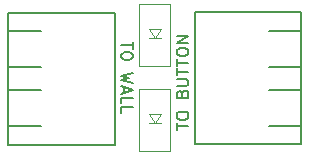
<source format=gto>
G04 #@! TF.FileFunction,Legend,Top*
%FSLAX46Y46*%
G04 Gerber Fmt 4.6, Leading zero omitted, Abs format (unit mm)*
G04 Created by KiCad (PCBNEW (2014-jul-16 BZR unknown)-product) date Sat 31 Jan 2015 01:48:02 PM EST*
%MOMM*%
G01*
G04 APERTURE LIST*
%ADD10C,0.100000*%
%ADD11C,0.200000*%
%ADD12C,0.150000*%
G04 APERTURE END LIST*
D10*
D11*
X142252381Y-100223810D02*
X142252381Y-99652381D01*
X143252381Y-99938096D02*
X142252381Y-99938096D01*
X142252381Y-99128572D02*
X142252381Y-98938095D01*
X142300000Y-98842857D01*
X142395238Y-98747619D01*
X142585714Y-98700000D01*
X142919048Y-98700000D01*
X143109524Y-98747619D01*
X143204762Y-98842857D01*
X143252381Y-98938095D01*
X143252381Y-99128572D01*
X143204762Y-99223810D01*
X143109524Y-99319048D01*
X142919048Y-99366667D01*
X142585714Y-99366667D01*
X142395238Y-99319048D01*
X142300000Y-99223810D01*
X142252381Y-99128572D01*
X142728571Y-97176190D02*
X142776190Y-97033333D01*
X142823810Y-96985714D01*
X142919048Y-96938095D01*
X143061905Y-96938095D01*
X143157143Y-96985714D01*
X143204762Y-97033333D01*
X143252381Y-97128571D01*
X143252381Y-97509524D01*
X142252381Y-97509524D01*
X142252381Y-97176190D01*
X142300000Y-97080952D01*
X142347619Y-97033333D01*
X142442857Y-96985714D01*
X142538095Y-96985714D01*
X142633333Y-97033333D01*
X142680952Y-97080952D01*
X142728571Y-97176190D01*
X142728571Y-97509524D01*
X142252381Y-96509524D02*
X143061905Y-96509524D01*
X143157143Y-96461905D01*
X143204762Y-96414286D01*
X143252381Y-96319048D01*
X143252381Y-96128571D01*
X143204762Y-96033333D01*
X143157143Y-95985714D01*
X143061905Y-95938095D01*
X142252381Y-95938095D01*
X142252381Y-95604762D02*
X142252381Y-95033333D01*
X143252381Y-95319048D02*
X142252381Y-95319048D01*
X142252381Y-94842857D02*
X142252381Y-94271428D01*
X143252381Y-94557143D02*
X142252381Y-94557143D01*
X142252381Y-93747619D02*
X142252381Y-93557142D01*
X142300000Y-93461904D01*
X142395238Y-93366666D01*
X142585714Y-93319047D01*
X142919048Y-93319047D01*
X143109524Y-93366666D01*
X143204762Y-93461904D01*
X143252381Y-93557142D01*
X143252381Y-93747619D01*
X143204762Y-93842857D01*
X143109524Y-93938095D01*
X142919048Y-93985714D01*
X142585714Y-93985714D01*
X142395238Y-93938095D01*
X142300000Y-93842857D01*
X142252381Y-93747619D01*
X143252381Y-92890476D02*
X142252381Y-92890476D01*
X143252381Y-92319047D01*
X142252381Y-92319047D01*
X138547619Y-92800000D02*
X138547619Y-93371429D01*
X137547619Y-93085714D02*
X138547619Y-93085714D01*
X138547619Y-93895238D02*
X138547619Y-94085715D01*
X138500000Y-94180953D01*
X138404762Y-94276191D01*
X138214286Y-94323810D01*
X137880952Y-94323810D01*
X137690476Y-94276191D01*
X137595238Y-94180953D01*
X137547619Y-94085715D01*
X137547619Y-93895238D01*
X137595238Y-93800000D01*
X137690476Y-93704762D01*
X137880952Y-93657143D01*
X138214286Y-93657143D01*
X138404762Y-93704762D01*
X138500000Y-93800000D01*
X138547619Y-93895238D01*
X138547619Y-95419048D02*
X137547619Y-95657143D01*
X138261905Y-95847620D01*
X137547619Y-96038096D01*
X138547619Y-96276191D01*
X137833333Y-96609524D02*
X137833333Y-97085715D01*
X137547619Y-96514286D02*
X138547619Y-96847619D01*
X137547619Y-97180953D01*
X137547619Y-97990477D02*
X137547619Y-97514286D01*
X138547619Y-97514286D01*
X137547619Y-98800001D02*
X137547619Y-98323810D01*
X138547619Y-98323810D01*
D10*
X140900000Y-92450000D02*
X139900000Y-92450000D01*
X140900000Y-91700000D02*
X139900000Y-91700000D01*
X139900000Y-91700000D02*
X140400000Y-92450000D01*
X140400000Y-92450000D02*
X140900000Y-91700000D01*
X141700000Y-89600000D02*
X141700000Y-94800000D01*
X141700000Y-94800000D02*
X139100000Y-94800000D01*
X139100000Y-94800000D02*
X139100000Y-89600000D01*
X139100000Y-89600000D02*
X141700000Y-89600000D01*
X140900000Y-99650000D02*
X139900000Y-99650000D01*
X140900000Y-98900000D02*
X139900000Y-98900000D01*
X139900000Y-98900000D02*
X140400000Y-99650000D01*
X140400000Y-99650000D02*
X140900000Y-98900000D01*
X141700000Y-96800000D02*
X141700000Y-102000000D01*
X141700000Y-102000000D02*
X139100000Y-102000000D01*
X139100000Y-102000000D02*
X139100000Y-96800000D01*
X139100000Y-96800000D02*
X141700000Y-96800000D01*
D12*
X130750000Y-99900000D02*
X128000000Y-99900000D01*
X130750000Y-96900000D02*
X128000000Y-96900000D01*
X130750000Y-94900000D02*
X128000000Y-94900000D01*
X130750000Y-91900000D02*
X128000000Y-91900000D01*
X137000000Y-90360000D02*
X128000000Y-90360000D01*
X128000000Y-90360000D02*
X128000000Y-101520000D01*
X128000000Y-101520000D02*
X137000000Y-101520000D01*
X137000000Y-101520000D02*
X137000000Y-90360000D01*
X150050000Y-91900000D02*
X152800000Y-91900000D01*
X150050000Y-94900000D02*
X152800000Y-94900000D01*
X150050000Y-96900000D02*
X152800000Y-96900000D01*
X150050000Y-99900000D02*
X152800000Y-99900000D01*
X143800000Y-101440000D02*
X152800000Y-101440000D01*
X152800000Y-101440000D02*
X152800000Y-90280000D01*
X152800000Y-90280000D02*
X143800000Y-90280000D01*
X143800000Y-90280000D02*
X143800000Y-101440000D01*
M02*

</source>
